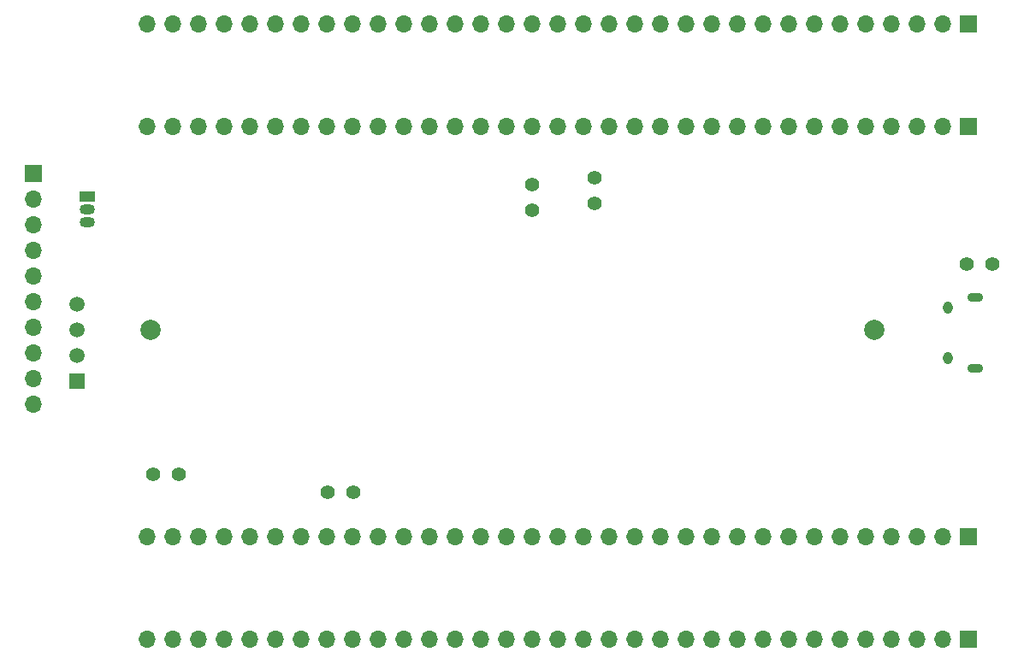
<source format=gbr>
%TF.GenerationSoftware,KiCad,Pcbnew,6.0.4-6f826c9f35~116~ubuntu21.10.1*%
%TF.CreationDate,2022-03-20T22:22:30+02:00*%
%TF.ProjectId,main,6d61696e-2e6b-4696-9361-645f70636258,rev?*%
%TF.SameCoordinates,Original*%
%TF.FileFunction,Soldermask,Bot*%
%TF.FilePolarity,Negative*%
%FSLAX46Y46*%
G04 Gerber Fmt 4.6, Leading zero omitted, Abs format (unit mm)*
G04 Created by KiCad (PCBNEW 6.0.4-6f826c9f35~116~ubuntu21.10.1) date 2022-03-20 22:22:30*
%MOMM*%
%LPD*%
G01*
G04 APERTURE LIST*
%ADD10C,1.400000*%
%ADD11R,1.700000X1.700000*%
%ADD12O,1.700000X1.700000*%
%ADD13R,1.500000X1.050000*%
%ADD14O,1.500000X1.050000*%
%ADD15O,0.950000X1.250000*%
%ADD16O,1.550000X0.890000*%
%ADD17C,2.000000*%
%ADD18R,1.500000X1.500000*%
%ADD19C,1.500000*%
G04 APERTURE END LIST*
D10*
%TO.C,JP1*%
X102160000Y-110660000D03*
X99620000Y-110660000D03*
%TD*%
D11*
%TO.C,J4*%
X87720000Y-80860000D03*
D12*
X87720000Y-83400000D03*
X87720000Y-85940000D03*
X87720000Y-88480000D03*
X87720000Y-91020000D03*
X87720000Y-93560000D03*
X87720000Y-96100000D03*
X87720000Y-98640000D03*
X87720000Y-101180000D03*
X87720000Y-103720000D03*
%TD*%
D13*
%TO.C,U7*%
X93100000Y-83120000D03*
D14*
X93100000Y-84390000D03*
X93100000Y-85660000D03*
%TD*%
D15*
%TO.C,J1*%
X178270000Y-94120000D03*
D16*
X180970000Y-100120000D03*
D15*
X178270000Y-99120000D03*
D16*
X180970000Y-93120000D03*
%TD*%
D11*
%TO.C,J3*%
X180340000Y-76200000D03*
D12*
X177800000Y-76200000D03*
X175260000Y-76200000D03*
X172720000Y-76200000D03*
X170180000Y-76200000D03*
X167640000Y-76200000D03*
X165100000Y-76200000D03*
X162560000Y-76200000D03*
X160020000Y-76200000D03*
X157480000Y-76200000D03*
X154940000Y-76200000D03*
X152400000Y-76200000D03*
X149860000Y-76200000D03*
X147320000Y-76200000D03*
X144780000Y-76200000D03*
X142240000Y-76200000D03*
X139700000Y-76200000D03*
X137160000Y-76200000D03*
X134620000Y-76200000D03*
X132080000Y-76200000D03*
X129540000Y-76200000D03*
X127000000Y-76200000D03*
X124460000Y-76200000D03*
X121920000Y-76200000D03*
X119380000Y-76200000D03*
X116840000Y-76200000D03*
X114300000Y-76200000D03*
X111760000Y-76200000D03*
X109220000Y-76200000D03*
X106680000Y-76200000D03*
X104140000Y-76200000D03*
X101600000Y-76200000D03*
X99060000Y-76200000D03*
%TD*%
D11*
%TO.C,J2*%
X180340000Y-66040000D03*
D12*
X177800000Y-66040000D03*
X175260000Y-66040000D03*
X172720000Y-66040000D03*
X170180000Y-66040000D03*
X167640000Y-66040000D03*
X165100000Y-66040000D03*
X162560000Y-66040000D03*
X160020000Y-66040000D03*
X157480000Y-66040000D03*
X154940000Y-66040000D03*
X152400000Y-66040000D03*
X149860000Y-66040000D03*
X147320000Y-66040000D03*
X144780000Y-66040000D03*
X142240000Y-66040000D03*
X139700000Y-66040000D03*
X137160000Y-66040000D03*
X134620000Y-66040000D03*
X132080000Y-66040000D03*
X129540000Y-66040000D03*
X127000000Y-66040000D03*
X124460000Y-66040000D03*
X121920000Y-66040000D03*
X119380000Y-66040000D03*
X116840000Y-66040000D03*
X114300000Y-66040000D03*
X111760000Y-66040000D03*
X109220000Y-66040000D03*
X106680000Y-66040000D03*
X104140000Y-66040000D03*
X101600000Y-66040000D03*
X99060000Y-66040000D03*
%TD*%
D11*
%TO.C,J6*%
X180340000Y-127000000D03*
D12*
X177800000Y-127000000D03*
X175260000Y-127000000D03*
X172720000Y-127000000D03*
X170180000Y-127000000D03*
X167640000Y-127000000D03*
X165100000Y-127000000D03*
X162560000Y-127000000D03*
X160020000Y-127000000D03*
X157480000Y-127000000D03*
X154940000Y-127000000D03*
X152400000Y-127000000D03*
X149860000Y-127000000D03*
X147320000Y-127000000D03*
X144780000Y-127000000D03*
X142240000Y-127000000D03*
X139700000Y-127000000D03*
X137160000Y-127000000D03*
X134620000Y-127000000D03*
X132080000Y-127000000D03*
X129540000Y-127000000D03*
X127000000Y-127000000D03*
X124460000Y-127000000D03*
X121920000Y-127000000D03*
X119380000Y-127000000D03*
X116840000Y-127000000D03*
X114300000Y-127000000D03*
X111760000Y-127000000D03*
X109220000Y-127000000D03*
X106680000Y-127000000D03*
X104140000Y-127000000D03*
X101600000Y-127000000D03*
X99060000Y-127000000D03*
%TD*%
D11*
%TO.C,J5*%
X180340000Y-116840000D03*
D12*
X177800000Y-116840000D03*
X175260000Y-116840000D03*
X172720000Y-116840000D03*
X170180000Y-116840000D03*
X167640000Y-116840000D03*
X165100000Y-116840000D03*
X162560000Y-116840000D03*
X160020000Y-116840000D03*
X157480000Y-116840000D03*
X154940000Y-116840000D03*
X152400000Y-116840000D03*
X149860000Y-116840000D03*
X147320000Y-116840000D03*
X144780000Y-116840000D03*
X142240000Y-116840000D03*
X139700000Y-116840000D03*
X137160000Y-116840000D03*
X134620000Y-116840000D03*
X132080000Y-116840000D03*
X129540000Y-116840000D03*
X127000000Y-116840000D03*
X124460000Y-116840000D03*
X121920000Y-116840000D03*
X119380000Y-116840000D03*
X116840000Y-116840000D03*
X114300000Y-116840000D03*
X111760000Y-116840000D03*
X109220000Y-116840000D03*
X106680000Y-116840000D03*
X104140000Y-116840000D03*
X101600000Y-116840000D03*
X99060000Y-116840000D03*
%TD*%
D10*
%TO.C,JP2*%
X116870000Y-112440000D03*
X119410000Y-112440000D03*
%TD*%
%TO.C,JP5*%
X180130000Y-89820000D03*
X182670000Y-89820000D03*
%TD*%
%TO.C,JP4*%
X143330000Y-83820000D03*
X143330000Y-81280000D03*
%TD*%
D17*
%TO.C,BT1*%
X99400000Y-96350000D03*
X171000000Y-96350000D03*
%TD*%
D18*
%TO.C,U6*%
X92057500Y-101372500D03*
D19*
X92057500Y-98832500D03*
X92057500Y-96292500D03*
X92057500Y-93752500D03*
%TD*%
D10*
%TO.C,JP3*%
X137080000Y-84450000D03*
X137080000Y-81910000D03*
%TD*%
M02*

</source>
